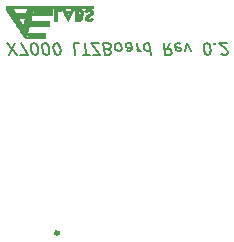
<source format=gbr>
G04 #@! TF.GenerationSoftware,KiCad,Pcbnew,(5.1.12)-1*
G04 #@! TF.CreationDate,2022-03-03T10:00:03+01:00*
G04 #@! TF.ProjectId,10V-DLTZ,3130562d-444c-4545-9a2e-6b696361645f,rev?*
G04 #@! TF.SameCoordinates,Original*
G04 #@! TF.FileFunction,Legend,Bot*
G04 #@! TF.FilePolarity,Positive*
%FSLAX46Y46*%
G04 Gerber Fmt 4.6, Leading zero omitted, Abs format (unit mm)*
G04 Created by KiCad (PCBNEW (5.1.12)-1) date 2022-03-03 10:00:03*
%MOMM*%
%LPD*%
G01*
G04 APERTURE LIST*
%ADD10C,0.150000*%
%ADD11C,0.300000*%
%ADD12C,0.010000*%
G04 APERTURE END LIST*
D10*
X89775491Y-133008619D02*
X90317157Y-132008619D01*
X90442157Y-133008619D02*
X89650491Y-132008619D01*
X90727872Y-133008619D02*
X91394538Y-133008619D01*
X90840967Y-132008619D01*
X91965967Y-133008619D02*
X92061205Y-133008619D01*
X92150491Y-132961000D01*
X92192157Y-132913380D01*
X92227872Y-132818142D01*
X92251681Y-132627666D01*
X92221919Y-132389571D01*
X92150491Y-132199095D01*
X92090967Y-132103857D01*
X92037395Y-132056238D01*
X91936205Y-132008619D01*
X91840967Y-132008619D01*
X91751681Y-132056238D01*
X91710014Y-132103857D01*
X91674300Y-132199095D01*
X91650491Y-132389571D01*
X91680252Y-132627666D01*
X91751681Y-132818142D01*
X91811205Y-132913380D01*
X91864776Y-132961000D01*
X91965967Y-133008619D01*
X92918348Y-133008619D02*
X93013586Y-133008619D01*
X93102872Y-132961000D01*
X93144538Y-132913380D01*
X93180252Y-132818142D01*
X93204062Y-132627666D01*
X93174300Y-132389571D01*
X93102872Y-132199095D01*
X93043348Y-132103857D01*
X92989776Y-132056238D01*
X92888586Y-132008619D01*
X92793348Y-132008619D01*
X92704062Y-132056238D01*
X92662395Y-132103857D01*
X92626681Y-132199095D01*
X92602872Y-132389571D01*
X92632633Y-132627666D01*
X92704062Y-132818142D01*
X92763586Y-132913380D01*
X92817157Y-132961000D01*
X92918348Y-133008619D01*
X93870729Y-133008619D02*
X93965967Y-133008619D01*
X94055252Y-132961000D01*
X94096919Y-132913380D01*
X94132633Y-132818142D01*
X94156443Y-132627666D01*
X94126681Y-132389571D01*
X94055252Y-132199095D01*
X93995729Y-132103857D01*
X93942157Y-132056238D01*
X93840967Y-132008619D01*
X93745729Y-132008619D01*
X93656443Y-132056238D01*
X93614776Y-132103857D01*
X93579062Y-132199095D01*
X93555252Y-132389571D01*
X93585014Y-132627666D01*
X93656443Y-132818142D01*
X93715967Y-132913380D01*
X93769538Y-132961000D01*
X93870729Y-133008619D01*
X95745729Y-132008619D02*
X95269538Y-132008619D01*
X95394538Y-133008619D01*
X96061205Y-133008619D02*
X96632633Y-133008619D01*
X96221919Y-132008619D02*
X96346919Y-133008619D01*
X96870729Y-133008619D02*
X97537395Y-133008619D01*
X96745729Y-132008619D01*
X97412395Y-132008619D01*
X98192157Y-132532428D02*
X98329062Y-132484809D01*
X98370729Y-132437190D01*
X98406443Y-132341952D01*
X98388586Y-132199095D01*
X98329062Y-132103857D01*
X98275491Y-132056238D01*
X98174300Y-132008619D01*
X97793348Y-132008619D01*
X97918348Y-133008619D01*
X98251681Y-133008619D01*
X98340967Y-132961000D01*
X98382633Y-132913380D01*
X98418348Y-132818142D01*
X98406443Y-132722904D01*
X98346919Y-132627666D01*
X98293348Y-132580047D01*
X98192157Y-132532428D01*
X97858824Y-132532428D01*
X98936205Y-132008619D02*
X98846919Y-132056238D01*
X98805252Y-132103857D01*
X98769538Y-132199095D01*
X98805252Y-132484809D01*
X98864776Y-132580047D01*
X98918348Y-132627666D01*
X99019538Y-132675285D01*
X99162395Y-132675285D01*
X99251681Y-132627666D01*
X99293348Y-132580047D01*
X99329062Y-132484809D01*
X99293348Y-132199095D01*
X99233824Y-132103857D01*
X99180252Y-132056238D01*
X99079062Y-132008619D01*
X98936205Y-132008619D01*
X100126681Y-132008619D02*
X100192157Y-132532428D01*
X100156443Y-132627666D01*
X100067157Y-132675285D01*
X99876681Y-132675285D01*
X99775491Y-132627666D01*
X100132633Y-132056238D02*
X100031443Y-132008619D01*
X99793348Y-132008619D01*
X99704062Y-132056238D01*
X99668348Y-132151476D01*
X99680252Y-132246714D01*
X99739776Y-132341952D01*
X99840967Y-132389571D01*
X100079062Y-132389571D01*
X100180252Y-132437190D01*
X100602872Y-132008619D02*
X100686205Y-132675285D01*
X100662395Y-132484809D02*
X100721919Y-132580047D01*
X100775491Y-132627666D01*
X100876681Y-132675285D01*
X100971919Y-132675285D01*
X101650491Y-132008619D02*
X101775491Y-133008619D01*
X101656443Y-132056238D02*
X101555252Y-132008619D01*
X101364776Y-132008619D01*
X101275491Y-132056238D01*
X101233824Y-132103857D01*
X101198110Y-132199095D01*
X101233824Y-132484809D01*
X101293348Y-132580047D01*
X101346919Y-132627666D01*
X101448110Y-132675285D01*
X101638586Y-132675285D01*
X101727872Y-132627666D01*
X103460014Y-132008619D02*
X103186205Y-132484809D01*
X102888586Y-132008619D02*
X103013586Y-133008619D01*
X103394538Y-133008619D01*
X103483824Y-132961000D01*
X103525491Y-132913380D01*
X103561205Y-132818142D01*
X103543348Y-132675285D01*
X103483824Y-132580047D01*
X103430252Y-132532428D01*
X103329062Y-132484809D01*
X102948110Y-132484809D01*
X104275491Y-132056238D02*
X104174300Y-132008619D01*
X103983824Y-132008619D01*
X103894538Y-132056238D01*
X103858824Y-132151476D01*
X103906443Y-132532428D01*
X103965967Y-132627666D01*
X104067157Y-132675285D01*
X104257633Y-132675285D01*
X104346919Y-132627666D01*
X104382633Y-132532428D01*
X104370729Y-132437190D01*
X103882633Y-132341952D01*
X104733824Y-132675285D02*
X104888586Y-132008619D01*
X105210014Y-132675285D01*
X106585014Y-133008619D02*
X106680252Y-133008619D01*
X106769538Y-132961000D01*
X106811205Y-132913380D01*
X106846919Y-132818142D01*
X106870729Y-132627666D01*
X106840967Y-132389571D01*
X106769538Y-132199095D01*
X106710014Y-132103857D01*
X106656443Y-132056238D01*
X106555252Y-132008619D01*
X106460014Y-132008619D01*
X106370729Y-132056238D01*
X106329062Y-132103857D01*
X106293348Y-132199095D01*
X106269538Y-132389571D01*
X106299300Y-132627666D01*
X106370729Y-132818142D01*
X106430252Y-132913380D01*
X106483824Y-132961000D01*
X106585014Y-133008619D01*
X107233824Y-132103857D02*
X107275491Y-132056238D01*
X107221919Y-132008619D01*
X107180252Y-132056238D01*
X107233824Y-132103857D01*
X107221919Y-132008619D01*
X107763586Y-132913380D02*
X107817157Y-132961000D01*
X107918348Y-133008619D01*
X108156443Y-133008619D01*
X108245729Y-132961000D01*
X108287395Y-132913380D01*
X108323110Y-132818142D01*
X108311205Y-132722904D01*
X108245729Y-132580047D01*
X107602872Y-132008619D01*
X108221919Y-132008619D01*
D11*
X93980000Y-148082000D02*
G75*
G03*
X93980000Y-148082000I-127000J0D01*
G01*
D12*
G36*
X92882720Y-131109720D02*
G01*
X91442529Y-131109720D01*
X91385384Y-131338163D01*
X91369117Y-131403622D01*
X91354651Y-131462652D01*
X91342683Y-131512347D01*
X91333907Y-131549801D01*
X91329019Y-131572108D01*
X91328240Y-131576923D01*
X91338271Y-131579142D01*
X91368387Y-131581092D01*
X91418616Y-131582773D01*
X91488989Y-131584186D01*
X91579536Y-131585330D01*
X91690287Y-131586207D01*
X91821273Y-131586816D01*
X91972523Y-131587158D01*
X92105480Y-131587240D01*
X92882720Y-131587240D01*
X92882720Y-131109720D01*
G37*
X92882720Y-131109720D02*
X91442529Y-131109720D01*
X91385384Y-131338163D01*
X91369117Y-131403622D01*
X91354651Y-131462652D01*
X91342683Y-131512347D01*
X91333907Y-131549801D01*
X91329019Y-131572108D01*
X91328240Y-131576923D01*
X91338271Y-131579142D01*
X91368387Y-131581092D01*
X91418616Y-131582773D01*
X91488989Y-131584186D01*
X91579536Y-131585330D01*
X91690287Y-131586207D01*
X91821273Y-131586816D01*
X91972523Y-131587158D01*
X92105480Y-131587240D01*
X92882720Y-131587240D01*
X92882720Y-131109720D01*
G36*
X93187520Y-130114040D02*
G01*
X91694783Y-130114040D01*
X91684745Y-130152140D01*
X91679216Y-130173634D01*
X91669707Y-130211130D01*
X91657155Y-130260917D01*
X91642496Y-130319279D01*
X91626666Y-130382505D01*
X91624568Y-130390900D01*
X91574428Y-130591560D01*
X93187520Y-130591560D01*
X93187520Y-130114040D01*
G37*
X93187520Y-130114040D02*
X91694783Y-130114040D01*
X91684745Y-130152140D01*
X91679216Y-130173634D01*
X91669707Y-130211130D01*
X91657155Y-130260917D01*
X91642496Y-130319279D01*
X91626666Y-130382505D01*
X91624568Y-130390900D01*
X91574428Y-130591560D01*
X93187520Y-130591560D01*
X93187520Y-130114040D01*
G36*
X95572580Y-130122367D02*
G01*
X95639726Y-130120926D01*
X95690037Y-130119317D01*
X95726998Y-130117100D01*
X95754090Y-130113834D01*
X95774798Y-130109078D01*
X95792605Y-130102390D01*
X95810995Y-130093330D01*
X95813880Y-130091813D01*
X95873061Y-130051842D01*
X95919046Y-130003025D01*
X95950981Y-129948287D01*
X95968011Y-129890549D01*
X95969282Y-129832736D01*
X95953939Y-129777770D01*
X95921129Y-129728575D01*
X95920303Y-129727686D01*
X95899448Y-129704629D01*
X95891997Y-129692599D01*
X95897219Y-129688021D01*
X95912047Y-129687320D01*
X95943006Y-129679737D01*
X95979810Y-129659702D01*
X96016479Y-129631294D01*
X96047037Y-129598590D01*
X96051803Y-129592016D01*
X96084586Y-129527686D01*
X96099533Y-129459098D01*
X96097687Y-129389521D01*
X96080087Y-129322220D01*
X96047776Y-129260462D01*
X96001793Y-129207512D01*
X95943180Y-129166638D01*
X95911755Y-129152599D01*
X95892638Y-129146673D01*
X95868742Y-129142008D01*
X95837263Y-129138395D01*
X95795393Y-129135621D01*
X95740327Y-129133477D01*
X95669258Y-129131752D01*
X95623380Y-129130922D01*
X95382080Y-129126909D01*
X95382080Y-129565400D01*
X95595440Y-129565400D01*
X95595440Y-129321560D01*
X95689420Y-129321784D01*
X95745655Y-129323490D01*
X95787192Y-129328806D01*
X95819454Y-129338495D01*
X95824810Y-129340815D01*
X95864285Y-129367857D01*
X95883230Y-129395467D01*
X95897153Y-129432410D01*
X95897669Y-129462476D01*
X95884491Y-129494306D01*
X95879659Y-129502512D01*
X95857839Y-129529381D01*
X95828408Y-129547925D01*
X95787952Y-129559290D01*
X95733055Y-129564621D01*
X95692286Y-129565400D01*
X95595440Y-129565400D01*
X95382080Y-129565400D01*
X95382080Y-129738120D01*
X95595440Y-129738120D01*
X95646744Y-129738120D01*
X95683132Y-129741031D01*
X95715666Y-129748384D01*
X95726046Y-129752599D01*
X95755303Y-129777861D01*
X95774152Y-129813925D01*
X95778320Y-129840038D01*
X95771838Y-129859665D01*
X95755663Y-129884603D01*
X95749350Y-129892143D01*
X95730064Y-129910895D01*
X95709779Y-129921518D01*
X95680974Y-129927049D01*
X95657910Y-129929084D01*
X95595440Y-129933603D01*
X95595440Y-129738120D01*
X95382080Y-129738120D01*
X95382080Y-130126104D01*
X95572580Y-130122367D01*
G37*
X95572580Y-130122367D02*
X95639726Y-130120926D01*
X95690037Y-130119317D01*
X95726998Y-130117100D01*
X95754090Y-130113834D01*
X95774798Y-130109078D01*
X95792605Y-130102390D01*
X95810995Y-130093330D01*
X95813880Y-130091813D01*
X95873061Y-130051842D01*
X95919046Y-130003025D01*
X95950981Y-129948287D01*
X95968011Y-129890549D01*
X95969282Y-129832736D01*
X95953939Y-129777770D01*
X95921129Y-129728575D01*
X95920303Y-129727686D01*
X95899448Y-129704629D01*
X95891997Y-129692599D01*
X95897219Y-129688021D01*
X95912047Y-129687320D01*
X95943006Y-129679737D01*
X95979810Y-129659702D01*
X96016479Y-129631294D01*
X96047037Y-129598590D01*
X96051803Y-129592016D01*
X96084586Y-129527686D01*
X96099533Y-129459098D01*
X96097687Y-129389521D01*
X96080087Y-129322220D01*
X96047776Y-129260462D01*
X96001793Y-129207512D01*
X95943180Y-129166638D01*
X95911755Y-129152599D01*
X95892638Y-129146673D01*
X95868742Y-129142008D01*
X95837263Y-129138395D01*
X95795393Y-129135621D01*
X95740327Y-129133477D01*
X95669258Y-129131752D01*
X95623380Y-129130922D01*
X95382080Y-129126909D01*
X95382080Y-129565400D01*
X95595440Y-129565400D01*
X95595440Y-129321560D01*
X95689420Y-129321784D01*
X95745655Y-129323490D01*
X95787192Y-129328806D01*
X95819454Y-129338495D01*
X95824810Y-129340815D01*
X95864285Y-129367857D01*
X95883230Y-129395467D01*
X95897153Y-129432410D01*
X95897669Y-129462476D01*
X95884491Y-129494306D01*
X95879659Y-129502512D01*
X95857839Y-129529381D01*
X95828408Y-129547925D01*
X95787952Y-129559290D01*
X95733055Y-129564621D01*
X95692286Y-129565400D01*
X95595440Y-129565400D01*
X95382080Y-129565400D01*
X95382080Y-129738120D01*
X95595440Y-129738120D01*
X95646744Y-129738120D01*
X95683132Y-129741031D01*
X95715666Y-129748384D01*
X95726046Y-129752599D01*
X95755303Y-129777861D01*
X95774152Y-129813925D01*
X95778320Y-129840038D01*
X95771838Y-129859665D01*
X95755663Y-129884603D01*
X95749350Y-129892143D01*
X95730064Y-129910895D01*
X95709779Y-129921518D01*
X95680974Y-129927049D01*
X95657910Y-129929084D01*
X95595440Y-129933603D01*
X95595440Y-129738120D01*
X95382080Y-129738120D01*
X95382080Y-130126104D01*
X95572580Y-130122367D01*
G36*
X94773353Y-130146252D02*
G01*
X94785384Y-130124429D01*
X94796610Y-130101340D01*
X94806881Y-130079722D01*
X94824898Y-130042385D01*
X94849434Y-129991847D01*
X94879266Y-129930622D01*
X94913167Y-129861226D01*
X94949912Y-129786174D01*
X94980960Y-129722880D01*
X95021410Y-129640381D01*
X95062012Y-129557370D01*
X95101139Y-129477186D01*
X95137166Y-129403170D01*
X95168465Y-129338659D01*
X95193411Y-129286995D01*
X95204849Y-129263140D01*
X95269115Y-129128520D01*
X95038239Y-129128520D01*
X95009499Y-129199515D01*
X94980760Y-129270510D01*
X94557444Y-129270760D01*
X94494244Y-129128520D01*
X94265684Y-129128520D01*
X94329945Y-129263140D01*
X94351734Y-129308524D01*
X94380573Y-129368198D01*
X94414545Y-129438216D01*
X94417106Y-129443480D01*
X94641444Y-129443480D01*
X94893042Y-129443480D01*
X94834968Y-129566443D01*
X94813015Y-129611640D01*
X94793574Y-129649282D01*
X94778474Y-129675997D01*
X94769546Y-129688411D01*
X94768524Y-129688888D01*
X94761255Y-129680057D01*
X94747211Y-129656228D01*
X94728261Y-129620794D01*
X94706273Y-129577148D01*
X94700799Y-129565926D01*
X94641444Y-129443480D01*
X94417106Y-129443480D01*
X94451733Y-129514636D01*
X94490220Y-129593511D01*
X94528088Y-129670897D01*
X94528669Y-129672080D01*
X94565462Y-129747281D01*
X94601951Y-129822112D01*
X94636436Y-129893071D01*
X94667219Y-129956653D01*
X94692600Y-130009354D01*
X94710878Y-130047672D01*
X94712233Y-130050540D01*
X94732171Y-130091903D01*
X94749190Y-130125485D01*
X94761368Y-130147608D01*
X94766609Y-130154680D01*
X94773353Y-130146252D01*
G37*
X94773353Y-130146252D02*
X94785384Y-130124429D01*
X94796610Y-130101340D01*
X94806881Y-130079722D01*
X94824898Y-130042385D01*
X94849434Y-129991847D01*
X94879266Y-129930622D01*
X94913167Y-129861226D01*
X94949912Y-129786174D01*
X94980960Y-129722880D01*
X95021410Y-129640381D01*
X95062012Y-129557370D01*
X95101139Y-129477186D01*
X95137166Y-129403170D01*
X95168465Y-129338659D01*
X95193411Y-129286995D01*
X95204849Y-129263140D01*
X95269115Y-129128520D01*
X95038239Y-129128520D01*
X95009499Y-129199515D01*
X94980760Y-129270510D01*
X94557444Y-129270760D01*
X94494244Y-129128520D01*
X94265684Y-129128520D01*
X94329945Y-129263140D01*
X94351734Y-129308524D01*
X94380573Y-129368198D01*
X94414545Y-129438216D01*
X94417106Y-129443480D01*
X94641444Y-129443480D01*
X94893042Y-129443480D01*
X94834968Y-129566443D01*
X94813015Y-129611640D01*
X94793574Y-129649282D01*
X94778474Y-129675997D01*
X94769546Y-129688411D01*
X94768524Y-129688888D01*
X94761255Y-129680057D01*
X94747211Y-129656228D01*
X94728261Y-129620794D01*
X94706273Y-129577148D01*
X94700799Y-129565926D01*
X94641444Y-129443480D01*
X94417106Y-129443480D01*
X94451733Y-129514636D01*
X94490220Y-129593511D01*
X94528088Y-129670897D01*
X94528669Y-129672080D01*
X94565462Y-129747281D01*
X94601951Y-129822112D01*
X94636436Y-129893071D01*
X94667219Y-129956653D01*
X94692600Y-130009354D01*
X94710878Y-130047672D01*
X94712233Y-130050540D01*
X94732171Y-130091903D01*
X94749190Y-130125485D01*
X94761368Y-130147608D01*
X94766609Y-130154680D01*
X94773353Y-130146252D01*
G36*
X93817440Y-129724614D02*
G01*
X93817487Y-129623842D01*
X93817684Y-129541535D01*
X93818112Y-129475836D01*
X93818856Y-129424890D01*
X93819997Y-129386842D01*
X93821618Y-129359836D01*
X93823801Y-129342016D01*
X93826629Y-129331526D01*
X93830185Y-129326512D01*
X93834551Y-129325117D01*
X93835220Y-129325105D01*
X93850681Y-129325036D01*
X93882917Y-129324798D01*
X93928384Y-129324419D01*
X93983539Y-129323930D01*
X94043500Y-129323372D01*
X94234000Y-129321560D01*
X94234000Y-129128520D01*
X93604080Y-129128520D01*
X93604080Y-130124200D01*
X93817440Y-130124200D01*
X93817440Y-129724614D01*
G37*
X93817440Y-129724614D02*
X93817487Y-129623842D01*
X93817684Y-129541535D01*
X93818112Y-129475836D01*
X93818856Y-129424890D01*
X93819997Y-129386842D01*
X93821618Y-129359836D01*
X93823801Y-129342016D01*
X93826629Y-129331526D01*
X93830185Y-129326512D01*
X93834551Y-129325117D01*
X93835220Y-129325105D01*
X93850681Y-129325036D01*
X93882917Y-129324798D01*
X93928384Y-129324419D01*
X93983539Y-129323930D01*
X94043500Y-129323372D01*
X94234000Y-129321560D01*
X94234000Y-129128520D01*
X93604080Y-129128520D01*
X93604080Y-130124200D01*
X93817440Y-130124200D01*
X93817440Y-129724614D01*
G36*
X93400880Y-129128520D02*
G01*
X92671900Y-129128541D01*
X91942920Y-129128561D01*
X91887844Y-129349521D01*
X91871652Y-129414463D01*
X91856934Y-129473463D01*
X91844462Y-129523428D01*
X91835008Y-129561263D01*
X91829346Y-129583872D01*
X91828239Y-129588260D01*
X91828240Y-129591537D01*
X91830904Y-129594386D01*
X91837548Y-129596836D01*
X91849487Y-129598918D01*
X91868039Y-129600661D01*
X91894519Y-129602095D01*
X91930243Y-129603251D01*
X91976529Y-129604157D01*
X92034691Y-129604844D01*
X92106048Y-129605342D01*
X92191914Y-129605681D01*
X92293606Y-129605890D01*
X92412440Y-129605999D01*
X92549733Y-129606038D01*
X92612295Y-129606040D01*
X93400880Y-129606040D01*
X93400880Y-129128520D01*
G37*
X93400880Y-129128520D02*
X92671900Y-129128541D01*
X91942920Y-129128561D01*
X91887844Y-129349521D01*
X91871652Y-129414463D01*
X91856934Y-129473463D01*
X91844462Y-129523428D01*
X91835008Y-129561263D01*
X91829346Y-129583872D01*
X91828239Y-129588260D01*
X91828240Y-129591537D01*
X91830904Y-129594386D01*
X91837548Y-129596836D01*
X91849487Y-129598918D01*
X91868039Y-129600661D01*
X91894519Y-129602095D01*
X91930243Y-129603251D01*
X91976529Y-129604157D01*
X92034691Y-129604844D01*
X92106048Y-129605342D01*
X92191914Y-129605681D01*
X92293606Y-129605890D01*
X92412440Y-129605999D01*
X92549733Y-129606038D01*
X92612295Y-129606040D01*
X93400880Y-129606040D01*
X93400880Y-129128520D01*
G36*
X91199683Y-131586401D02*
G01*
X91214958Y-131584546D01*
X91216480Y-131583595D01*
X91218871Y-131573172D01*
X91225607Y-131545679D01*
X91236034Y-131503739D01*
X91249496Y-131449978D01*
X91265338Y-131387021D01*
X91281771Y-131321975D01*
X91296815Y-131262511D01*
X91316104Y-131186228D01*
X91338909Y-131096008D01*
X91364503Y-130994733D01*
X91392157Y-130885287D01*
X91421142Y-130770552D01*
X91450731Y-130653411D01*
X91480194Y-130536745D01*
X91494574Y-130479800D01*
X91542141Y-130291419D01*
X91584985Y-130121753D01*
X91623355Y-129969815D01*
X91657502Y-129834618D01*
X91687674Y-129715176D01*
X91714123Y-129610501D01*
X91737098Y-129519607D01*
X91756849Y-129441507D01*
X91773625Y-129375215D01*
X91787677Y-129319742D01*
X91799255Y-129274103D01*
X91808608Y-129237310D01*
X91815986Y-129208377D01*
X91821639Y-129186316D01*
X91825818Y-129170142D01*
X91828771Y-129158866D01*
X91830750Y-129151502D01*
X91832002Y-129147064D01*
X91832230Y-129146300D01*
X91832718Y-129140905D01*
X91829030Y-129136724D01*
X91818936Y-129133602D01*
X91800203Y-129131387D01*
X91770600Y-129129925D01*
X91727895Y-129129063D01*
X91669856Y-129128647D01*
X91594253Y-129128524D01*
X91573757Y-129128520D01*
X91309906Y-129128520D01*
X91283639Y-129242820D01*
X91271785Y-129294846D01*
X91260412Y-129345531D01*
X91251023Y-129388136D01*
X91246244Y-129410460D01*
X91235116Y-129463800D01*
X90317320Y-129463056D01*
X90216961Y-129295788D01*
X90116603Y-129128520D01*
X89818181Y-129128520D01*
X89742663Y-129128678D01*
X89674169Y-129129124D01*
X89615211Y-129129818D01*
X89568298Y-129130719D01*
X89535939Y-129131787D01*
X89520645Y-129132980D01*
X89519760Y-129133353D01*
X89523254Y-129140648D01*
X89534083Y-129158754D01*
X89552767Y-129188474D01*
X89579826Y-129230609D01*
X89615780Y-129285961D01*
X89661148Y-129355333D01*
X89716452Y-129439527D01*
X89782211Y-129539344D01*
X89826223Y-129606040D01*
X89877347Y-129683508D01*
X89931601Y-129765778D01*
X89986139Y-129848530D01*
X90004649Y-129876634D01*
X90576400Y-129876634D01*
X90586027Y-129874380D01*
X90612790Y-129872619D01*
X90653512Y-129871334D01*
X90705014Y-129870505D01*
X90764120Y-129870116D01*
X90827652Y-129870146D01*
X90892432Y-129870579D01*
X90955283Y-129871395D01*
X91013027Y-129872576D01*
X91062487Y-129874104D01*
X91100485Y-129875961D01*
X91123844Y-129878127D01*
X91129797Y-129879839D01*
X91128931Y-129891462D01*
X91124021Y-129919979D01*
X91115709Y-129962515D01*
X91104638Y-130016191D01*
X91091450Y-130078131D01*
X91076789Y-130145458D01*
X91061295Y-130215294D01*
X91045611Y-130284762D01*
X91030380Y-130350985D01*
X91016244Y-130411086D01*
X91003846Y-130462188D01*
X90993827Y-130501414D01*
X90986830Y-130525887D01*
X90984029Y-130532751D01*
X90976863Y-130527052D01*
X90961371Y-130506596D01*
X90939472Y-130474174D01*
X90913084Y-130432578D01*
X90896720Y-130405751D01*
X90867326Y-130357053D01*
X90840395Y-130312726D01*
X90818234Y-130276542D01*
X90803144Y-130252273D01*
X90799195Y-130246120D01*
X90783358Y-130221406D01*
X90761115Y-130185729D01*
X90734332Y-130142184D01*
X90704875Y-130093865D01*
X90674611Y-130043868D01*
X90645406Y-129995287D01*
X90619126Y-129951217D01*
X90597637Y-129914754D01*
X90582805Y-129888991D01*
X90576496Y-129877025D01*
X90576400Y-129876634D01*
X90004649Y-129876634D01*
X90038114Y-129927442D01*
X90084677Y-129998191D01*
X90122982Y-130056455D01*
X90124102Y-130058160D01*
X90172930Y-130132458D01*
X90226762Y-130214285D01*
X90286473Y-130304971D01*
X90352938Y-130405843D01*
X90427033Y-130518232D01*
X90509634Y-130643465D01*
X90601618Y-130782871D01*
X90703859Y-130937779D01*
X90713405Y-130952240D01*
X90764322Y-131029437D01*
X90818574Y-131111794D01*
X90873226Y-131194852D01*
X90925349Y-131274155D01*
X90972011Y-131345245D01*
X91008948Y-131401628D01*
X91130120Y-131586855D01*
X91173300Y-131587048D01*
X91199683Y-131586401D01*
G37*
X91199683Y-131586401D02*
X91214958Y-131584546D01*
X91216480Y-131583595D01*
X91218871Y-131573172D01*
X91225607Y-131545679D01*
X91236034Y-131503739D01*
X91249496Y-131449978D01*
X91265338Y-131387021D01*
X91281771Y-131321975D01*
X91296815Y-131262511D01*
X91316104Y-131186228D01*
X91338909Y-131096008D01*
X91364503Y-130994733D01*
X91392157Y-130885287D01*
X91421142Y-130770552D01*
X91450731Y-130653411D01*
X91480194Y-130536745D01*
X91494574Y-130479800D01*
X91542141Y-130291419D01*
X91584985Y-130121753D01*
X91623355Y-129969815D01*
X91657502Y-129834618D01*
X91687674Y-129715176D01*
X91714123Y-129610501D01*
X91737098Y-129519607D01*
X91756849Y-129441507D01*
X91773625Y-129375215D01*
X91787677Y-129319742D01*
X91799255Y-129274103D01*
X91808608Y-129237310D01*
X91815986Y-129208377D01*
X91821639Y-129186316D01*
X91825818Y-129170142D01*
X91828771Y-129158866D01*
X91830750Y-129151502D01*
X91832002Y-129147064D01*
X91832230Y-129146300D01*
X91832718Y-129140905D01*
X91829030Y-129136724D01*
X91818936Y-129133602D01*
X91800203Y-129131387D01*
X91770600Y-129129925D01*
X91727895Y-129129063D01*
X91669856Y-129128647D01*
X91594253Y-129128524D01*
X91573757Y-129128520D01*
X91309906Y-129128520D01*
X91283639Y-129242820D01*
X91271785Y-129294846D01*
X91260412Y-129345531D01*
X91251023Y-129388136D01*
X91246244Y-129410460D01*
X91235116Y-129463800D01*
X90317320Y-129463056D01*
X90216961Y-129295788D01*
X90116603Y-129128520D01*
X89818181Y-129128520D01*
X89742663Y-129128678D01*
X89674169Y-129129124D01*
X89615211Y-129129818D01*
X89568298Y-129130719D01*
X89535939Y-129131787D01*
X89520645Y-129132980D01*
X89519760Y-129133353D01*
X89523254Y-129140648D01*
X89534083Y-129158754D01*
X89552767Y-129188474D01*
X89579826Y-129230609D01*
X89615780Y-129285961D01*
X89661148Y-129355333D01*
X89716452Y-129439527D01*
X89782211Y-129539344D01*
X89826223Y-129606040D01*
X89877347Y-129683508D01*
X89931601Y-129765778D01*
X89986139Y-129848530D01*
X90004649Y-129876634D01*
X90576400Y-129876634D01*
X90586027Y-129874380D01*
X90612790Y-129872619D01*
X90653512Y-129871334D01*
X90705014Y-129870505D01*
X90764120Y-129870116D01*
X90827652Y-129870146D01*
X90892432Y-129870579D01*
X90955283Y-129871395D01*
X91013027Y-129872576D01*
X91062487Y-129874104D01*
X91100485Y-129875961D01*
X91123844Y-129878127D01*
X91129797Y-129879839D01*
X91128931Y-129891462D01*
X91124021Y-129919979D01*
X91115709Y-129962515D01*
X91104638Y-130016191D01*
X91091450Y-130078131D01*
X91076789Y-130145458D01*
X91061295Y-130215294D01*
X91045611Y-130284762D01*
X91030380Y-130350985D01*
X91016244Y-130411086D01*
X91003846Y-130462188D01*
X90993827Y-130501414D01*
X90986830Y-130525887D01*
X90984029Y-130532751D01*
X90976863Y-130527052D01*
X90961371Y-130506596D01*
X90939472Y-130474174D01*
X90913084Y-130432578D01*
X90896720Y-130405751D01*
X90867326Y-130357053D01*
X90840395Y-130312726D01*
X90818234Y-130276542D01*
X90803144Y-130252273D01*
X90799195Y-130246120D01*
X90783358Y-130221406D01*
X90761115Y-130185729D01*
X90734332Y-130142184D01*
X90704875Y-130093865D01*
X90674611Y-130043868D01*
X90645406Y-129995287D01*
X90619126Y-129951217D01*
X90597637Y-129914754D01*
X90582805Y-129888991D01*
X90576496Y-129877025D01*
X90576400Y-129876634D01*
X90004649Y-129876634D01*
X90038114Y-129927442D01*
X90084677Y-129998191D01*
X90122982Y-130056455D01*
X90124102Y-130058160D01*
X90172930Y-130132458D01*
X90226762Y-130214285D01*
X90286473Y-130304971D01*
X90352938Y-130405843D01*
X90427033Y-130518232D01*
X90509634Y-130643465D01*
X90601618Y-130782871D01*
X90703859Y-130937779D01*
X90713405Y-130952240D01*
X90764322Y-131029437D01*
X90818574Y-131111794D01*
X90873226Y-131194852D01*
X90925349Y-131274155D01*
X90972011Y-131345245D01*
X91008948Y-131401628D01*
X91130120Y-131586855D01*
X91173300Y-131587048D01*
X91199683Y-131586401D01*
G36*
X96658999Y-130137383D02*
G01*
X96733547Y-130115683D01*
X96795393Y-130078987D01*
X96845489Y-130026863D01*
X96853142Y-130016087D01*
X96865368Y-129997230D01*
X96870235Y-129983101D01*
X96865694Y-129970168D01*
X96849692Y-129954896D01*
X96820180Y-129933754D01*
X96795719Y-129917178D01*
X96760547Y-129894557D01*
X96736795Y-129883588D01*
X96719760Y-129883554D01*
X96704741Y-129893738D01*
X96696834Y-129902083D01*
X96656821Y-129932523D01*
X96607023Y-129948182D01*
X96552281Y-129948388D01*
X96497432Y-129932466D01*
X96493047Y-129930409D01*
X96464370Y-129913747D01*
X96449351Y-129895558D01*
X96442802Y-129873537D01*
X96441593Y-129849150D01*
X96449420Y-129827769D01*
X96468522Y-129807401D01*
X96501135Y-129786057D01*
X96549499Y-129761747D01*
X96587862Y-129744537D01*
X96670884Y-129705139D01*
X96743637Y-129664281D01*
X96803439Y-129623700D01*
X96847607Y-129585134D01*
X96864072Y-129565676D01*
X96895508Y-129505918D01*
X96911461Y-129438212D01*
X96911493Y-129368270D01*
X96895164Y-129301804D01*
X96885950Y-129281293D01*
X96860703Y-129244428D01*
X96823957Y-129205683D01*
X96782637Y-129171751D01*
X96754790Y-129154495D01*
X96692763Y-129130860D01*
X96618607Y-129116013D01*
X96538797Y-129110573D01*
X96459810Y-129115160D01*
X96418400Y-129122328D01*
X96376587Y-129134224D01*
X96334447Y-129150183D01*
X96317930Y-129157962D01*
X96289448Y-129175972D01*
X96257311Y-129201087D01*
X96225655Y-129229398D01*
X96198619Y-129257001D01*
X96180339Y-129279988D01*
X96174776Y-129293137D01*
X96182844Y-129304176D01*
X96204313Y-129322893D01*
X96235390Y-129346143D01*
X96254694Y-129359384D01*
X96334394Y-129412447D01*
X96374554Y-129374244D01*
X96406163Y-129349355D01*
X96440762Y-129329586D01*
X96455835Y-129323721D01*
X96512220Y-129312715D01*
X96567079Y-129312483D01*
X96616955Y-129321874D01*
X96658393Y-129339740D01*
X96687936Y-129364928D01*
X96702127Y-129396288D01*
X96702880Y-129405952D01*
X96698510Y-129428229D01*
X96684240Y-129450946D01*
X96658327Y-129475465D01*
X96619029Y-129503149D01*
X96564603Y-129535362D01*
X96493308Y-129573466D01*
X96480019Y-129580303D01*
X96416345Y-129613702D01*
X96368149Y-129641008D01*
X96332279Y-129664244D01*
X96305585Y-129685433D01*
X96286942Y-129704264D01*
X96250246Y-129760264D01*
X96230741Y-129822494D01*
X96227864Y-129887291D01*
X96241055Y-129950998D01*
X96269752Y-130009953D01*
X96313394Y-130060497D01*
X96345243Y-130084459D01*
X96414243Y-130119193D01*
X96489723Y-130138773D01*
X96570799Y-130144520D01*
X96658999Y-130137383D01*
G37*
X96658999Y-130137383D02*
X96733547Y-130115683D01*
X96795393Y-130078987D01*
X96845489Y-130026863D01*
X96853142Y-130016087D01*
X96865368Y-129997230D01*
X96870235Y-129983101D01*
X96865694Y-129970168D01*
X96849692Y-129954896D01*
X96820180Y-129933754D01*
X96795719Y-129917178D01*
X96760547Y-129894557D01*
X96736795Y-129883588D01*
X96719760Y-129883554D01*
X96704741Y-129893738D01*
X96696834Y-129902083D01*
X96656821Y-129932523D01*
X96607023Y-129948182D01*
X96552281Y-129948388D01*
X96497432Y-129932466D01*
X96493047Y-129930409D01*
X96464370Y-129913747D01*
X96449351Y-129895558D01*
X96442802Y-129873537D01*
X96441593Y-129849150D01*
X96449420Y-129827769D01*
X96468522Y-129807401D01*
X96501135Y-129786057D01*
X96549499Y-129761747D01*
X96587862Y-129744537D01*
X96670884Y-129705139D01*
X96743637Y-129664281D01*
X96803439Y-129623700D01*
X96847607Y-129585134D01*
X96864072Y-129565676D01*
X96895508Y-129505918D01*
X96911461Y-129438212D01*
X96911493Y-129368270D01*
X96895164Y-129301804D01*
X96885950Y-129281293D01*
X96860703Y-129244428D01*
X96823957Y-129205683D01*
X96782637Y-129171751D01*
X96754790Y-129154495D01*
X96692763Y-129130860D01*
X96618607Y-129116013D01*
X96538797Y-129110573D01*
X96459810Y-129115160D01*
X96418400Y-129122328D01*
X96376587Y-129134224D01*
X96334447Y-129150183D01*
X96317930Y-129157962D01*
X96289448Y-129175972D01*
X96257311Y-129201087D01*
X96225655Y-129229398D01*
X96198619Y-129257001D01*
X96180339Y-129279988D01*
X96174776Y-129293137D01*
X96182844Y-129304176D01*
X96204313Y-129322893D01*
X96235390Y-129346143D01*
X96254694Y-129359384D01*
X96334394Y-129412447D01*
X96374554Y-129374244D01*
X96406163Y-129349355D01*
X96440762Y-129329586D01*
X96455835Y-129323721D01*
X96512220Y-129312715D01*
X96567079Y-129312483D01*
X96616955Y-129321874D01*
X96658393Y-129339740D01*
X96687936Y-129364928D01*
X96702127Y-129396288D01*
X96702880Y-129405952D01*
X96698510Y-129428229D01*
X96684240Y-129450946D01*
X96658327Y-129475465D01*
X96619029Y-129503149D01*
X96564603Y-129535362D01*
X96493308Y-129573466D01*
X96480019Y-129580303D01*
X96416345Y-129613702D01*
X96368149Y-129641008D01*
X96332279Y-129664244D01*
X96305585Y-129685433D01*
X96286942Y-129704264D01*
X96250246Y-129760264D01*
X96230741Y-129822494D01*
X96227864Y-129887291D01*
X96241055Y-129950998D01*
X96269752Y-130009953D01*
X96313394Y-130060497D01*
X96345243Y-130084459D01*
X96414243Y-130119193D01*
X96489723Y-130138773D01*
X96570799Y-130144520D01*
X96658999Y-130137383D01*
G36*
X96916240Y-128854200D02*
G01*
X89509600Y-128854200D01*
X89509600Y-129016760D01*
X96916240Y-129016760D01*
X96916240Y-128854200D01*
G37*
X96916240Y-128854200D02*
X89509600Y-128854200D01*
X89509600Y-129016760D01*
X96916240Y-129016760D01*
X96916240Y-128854200D01*
M02*

</source>
